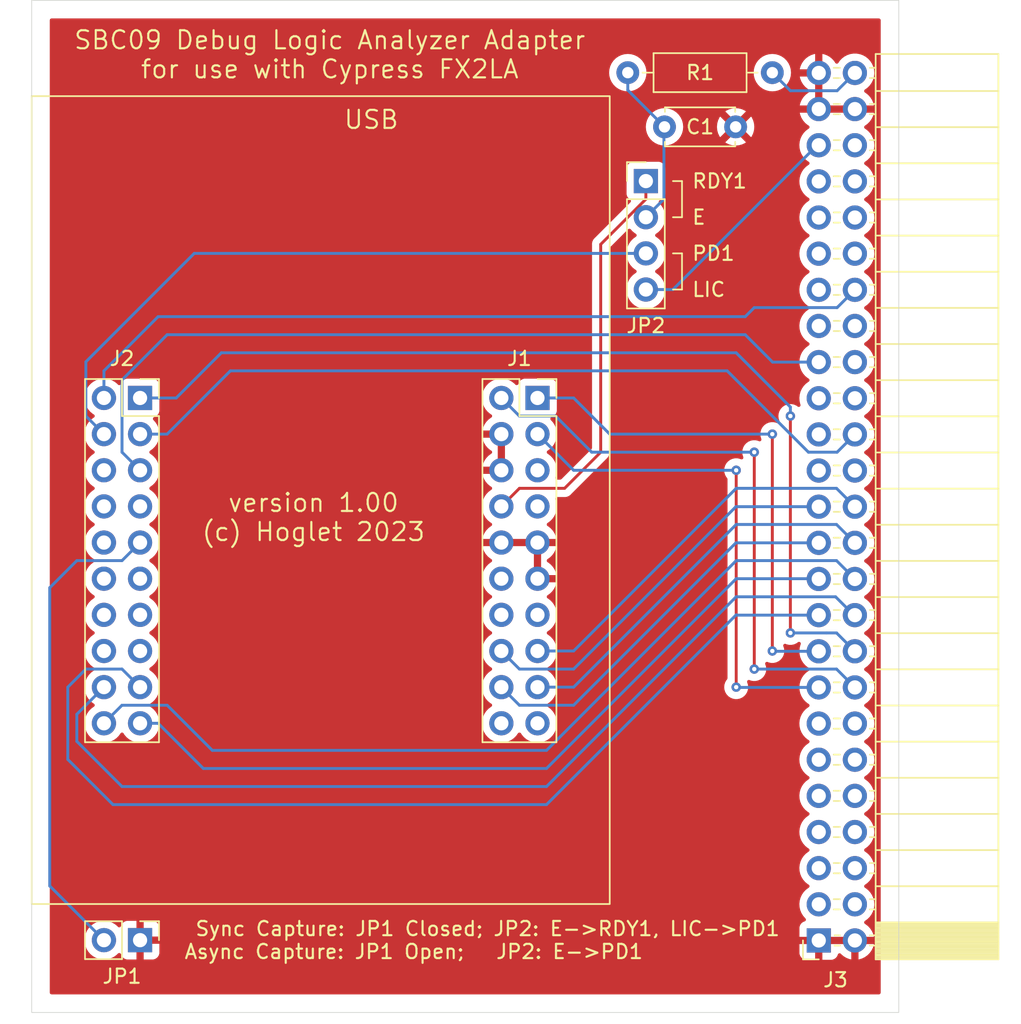
<source format=kicad_pcb>
(kicad_pcb (version 20211014) (generator pcbnew)
  (layers (0 "F.Cu" signal) (31 "B.Cu" signal) (34 "B.Paste" user) (35 "F.Paste" user) (36 "B.SilkS" user "B.Silkscreen") (37 "F.SilkS" user "F.Silkscreen") (38 "B.Mask" user) (39 "F.Mask" user) (44 "Edge.Cuts" user))
  (net 0 "")
  (net 1 "/E")
  (net 2 "GND")
  (net 8 "A3")
  (net 9 "A2")
  (net 10 "A1")
  (net 11 "A0")
  (net 12 "D7")
  (net 13 "D6")
  (net 14 "D5")
  (net 15 "D4")
  (net 16 "D3")
  (net 17 "D2")
  (net 18 "D1")
  (net 19 "D0")
  (net 20 "BS")
  (net 21 "RnW")
  (net 22 "BA")
  (net 23 "LIC")
  (net 28 "/PA4")
  (net 65 "Net-(J3-Pad50)")
  (net 66 "Net-(J1-Pad8)")
  (net 67 "Net-(J2-Pad4)")
  (footprint "Connector_PinSocket_2.54mm:PinSocket_2x10_P2.54mm_Vertical" (layer "F.Cu") (at 134.62 93.98)
    (fp_text reference "J2" (at -1.27 -2.77) (layer "F.SilkS"))
    (fp_text value "Conn_02x10_Odd_Even")
    (fp_line (start 1.33 -1.33) (end 1.33 0) (layer "F.SilkS") (width 0.12))
    (fp_line (start -1.27 1.27) (end 1.33 1.27) (layer "F.SilkS") (width 0.12))
    (fp_line (start -3.87 -1.33) (end -3.87 24.19) (layer "F.SilkS") (width 0.12))
    (fp_line (start -3.87 24.19) (end 1.33 24.19) (layer "F.SilkS") (width 0.12))
    (fp_line (start 1.33 1.27) (end 1.33 24.19) (layer "F.SilkS") (width 0.12))
    (fp_line (start -3.87 -1.33) (end -1.27 -1.33) (layer "F.SilkS") (width 0.12))
    (fp_line (start 0 -1.33) (end 1.33 -1.33) (layer "F.SilkS") (width 0.12))
    (fp_line (start -1.27 -1.33) (end -1.27 1.27) (layer "F.SilkS") (width 0.12))
    (pad "1" thru_hole rect (at 0 0) (size 1.7 1.7) (drill 1) (layers *.Cu *.Mask) (net 11 "A0"))
    (pad "2" thru_hole oval (at -2.54 0) (size 1.7 1.7) (drill 1) (layers *.Cu *.Mask) (net 22 "BA"))
    (pad "3" thru_hole oval (at 0 2.54) (size 1.7 1.7) (drill 1) (layers *.Cu *.Mask) (net 20 "BS"))
    (pad "4" thru_hole oval (at -2.54 2.54) (size 1.7 1.7) (drill 1) (layers *.Cu *.Mask) (net 67 "Net-(J2-Pad4)"))
    (pad "5" thru_hole oval (at 0 5.08) (size 1.7 1.7) (drill 1) (layers *.Cu *.Mask) (net 21 "RnW"))
    (pad "6" thru_hole oval (at -2.54 5.08) (size 1.7 1.7) (drill 1) (layers *.Cu *.Mask))
    (pad "7" thru_hole oval (at 0 7.62) (size 1.7 1.7) (drill 1) (layers *.Cu *.Mask))
    (pad "8" thru_hole oval (at -2.54 7.62) (size 1.7 1.7) (drill 1) (layers *.Cu *.Mask))
    (pad "9" thru_hole oval (at 0 10.16) (size 1.7 1.7) (drill 1) (layers *.Cu *.Mask) (net 28 "/PA4"))
    (pad "10" thru_hole oval (at -2.54 10.16) (size 1.7 1.7) (drill 1) (layers *.Cu *.Mask))
    (pad "11" thru_hole oval (at 0 12.7) (size 1.7 1.7) (drill 1) (layers *.Cu *.Mask))
    (pad "12" thru_hole oval (at -2.54 12.7) (size 1.7 1.7) (drill 1) (layers *.Cu *.Mask))
    (pad "13" thru_hole oval (at 0 15.24) (size 1.7 1.7) (drill 1) (layers *.Cu *.Mask))
    (pad "14" thru_hole oval (at -2.54 15.24) (size 1.7 1.7) (drill 1) (layers *.Cu *.Mask))
    (pad "15" thru_hole oval (at 0 17.78) (size 1.7 1.7) (drill 1) (layers *.Cu *.Mask))
    (pad "16" thru_hole oval (at -2.54 17.78) (size 1.7 1.7) (drill 1) (layers *.Cu *.Mask))
    (pad "17" thru_hole oval (at 0 20.32) (size 1.7 1.7) (drill 1) (layers *.Cu *.Mask) (net 12 "D7"))
    (pad "18" thru_hole oval (at -2.54 20.32) (size 1.7 1.7) (drill 1) (layers *.Cu *.Mask) (net 13 "D6"))
    (pad "19" thru_hole oval (at 0 22.86) (size 1.7 1.7) (drill 1) (layers *.Cu *.Mask) (net 14 "D5"))
    (pad "20" thru_hole oval (at -2.54 22.86) (size 1.7 1.7) (drill 1) (layers *.Cu *.Mask) (net 15 "D4"))
  )
  (footprint "Connector_PinSocket_2.54mm:PinSocket_2x10_P2.54mm_Vertical" (layer "F.Cu") (at 162.56 93.98)
    (fp_text reference "J1" (at -1.27 -2.77) (layer "F.SilkS"))
    (fp_text value "Conn_02x10_Odd_Even")
    (fp_line (start -3.87 -1.33) (end -3.87 24.19) (layer "F.SilkS") (width 0.12))
    (fp_line (start -3.87 24.19) (end 1.33 24.19) (layer "F.SilkS") (width 0.12))
    (fp_line (start 0 -1.33) (end 1.33 -1.33) (layer "F.SilkS") (width 0.12))
    (fp_line (start -1.27 1.27) (end 1.33 1.27) (layer "F.SilkS") (width 0.12))
    (fp_line (start -1.27 -1.33) (end -1.27 1.27) (layer "F.SilkS") (width 0.12))
    (fp_line (start -3.87 -1.33) (end -1.27 -1.33) (layer "F.SilkS") (width 0.12))
    (fp_line (start 1.33 -1.33) (end 1.33 0) (layer "F.SilkS") (width 0.12))
    (fp_line (start 1.33 1.27) (end 1.33 24.19) (layer "F.SilkS") (width 0.12))
    (pad "1" thru_hole rect (at 0 0) (size 1.7 1.7) (drill 1) (layers *.Cu *.Mask) (net 10 "A1"))
    (pad "2" thru_hole oval (at -2.54 0) (size 1.7 1.7) (drill 1) (layers *.Cu *.Mask) (net 9 "A2"))
    (pad "3" thru_hole oval (at 0 2.54) (size 1.7 1.7) (drill 1) (layers *.Cu *.Mask) (net 8 "A3"))
    (pad "4" thru_hole oval (at -2.54 2.54) (size 1.7 1.7) (drill 1) (layers *.Cu *.Mask) (net 2 "GND"))
    (pad "5" thru_hole oval (at 0 5.08) (size 1.7 1.7) (drill 1) (layers *.Cu *.Mask))
    (pad "6" thru_hole oval (at -2.54 5.08) (size 1.7 1.7) (drill 1) (layers *.Cu *.Mask) (net 2 "GND"))
    (pad "7" thru_hole oval (at 0 7.62) (size 1.7 1.7) (drill 1) (layers *.Cu *.Mask))
    (pad "8" thru_hole oval (at -2.54 7.62) (size 1.7 1.7) (drill 1) (layers *.Cu *.Mask) (net 66 "Net-(J1-Pad8)"))
    (pad "9" thru_hole oval (at 0 10.16) (size 1.7 1.7) (drill 1) (layers *.Cu *.Mask) (net 2 "GND"))
    (pad "10" thru_hole oval (at -2.54 10.16) (size 1.7 1.7) (drill 1) (layers *.Cu *.Mask) (net 2 "GND"))
    (pad "11" thru_hole oval (at 0 12.7) (size 1.7 1.7) (drill 1) (layers *.Cu *.Mask) (net 2 "GND"))
    (pad "12" thru_hole oval (at -2.54 12.7) (size 1.7 1.7) (drill 1) (layers *.Cu *.Mask))
    (pad "13" thru_hole oval (at 0 15.24) (size 1.7 1.7) (drill 1) (layers *.Cu *.Mask))
    (pad "14" thru_hole oval (at -2.54 15.24) (size 1.7 1.7) (drill 1) (layers *.Cu *.Mask))
    (pad "15" thru_hole oval (at 0 17.78) (size 1.7 1.7) (drill 1) (layers *.Cu *.Mask) (net 19 "D0"))
    (pad "16" thru_hole oval (at -2.54 17.78) (size 1.7 1.7) (drill 1) (layers *.Cu *.Mask) (net 18 "D1"))
    (pad "17" thru_hole oval (at 0 20.32) (size 1.7 1.7) (drill 1) (layers *.Cu *.Mask) (net 17 "D2"))
    (pad "18" thru_hole oval (at -2.54 20.32) (size 1.7 1.7) (drill 1) (layers *.Cu *.Mask) (net 16 "D3"))
    (pad "19" thru_hole oval (at 0 22.86) (size 1.7 1.7) (drill 1) (layers *.Cu *.Mask))
    (pad "20" thru_hole oval (at -2.54 22.86) (size 1.7 1.7) (drill 1) (layers *.Cu *.Mask))
  )
  (footprint "Connector_PinHeader_2.54mm:PinHeader_1x02_P2.54mm_Vertical" (layer "F.Cu") (at 134.62 132.08 -90)
    (fp_text reference "JP1" (at 2.54 1.27 180) (layer "F.SilkS"))
    (fp_text value "Jumper_2_Open")
    (fp_line (start 1.33 1.27) (end 1.33 3.87) (layer "F.SilkS") (width 0.12))
    (fp_line (start -1.33 1.27) (end -1.33 3.87) (layer "F.SilkS") (width 0.12))
    (fp_line (start -1.33 1.27) (end 1.33 1.27) (layer "F.SilkS") (width 0.12))
    (fp_line (start -1.33 0) (end -1.33 -1.33) (layer "F.SilkS") (width 0.12))
    (fp_line (start -1.33 -1.33) (end 0 -1.33) (layer "F.SilkS") (width 0.12))
    (fp_line (start -1.33 3.87) (end 1.33 3.87) (layer "F.SilkS") (width 0.12))
    (pad "1" thru_hole rect (at 0 0 270) (size 1.7 1.7) (drill 1) (layers *.Cu *.Mask) (net 2 "GND"))
    (pad "2" thru_hole oval (at 0 2.54 270) (size 1.7 1.7) (drill 1) (layers *.Cu *.Mask) (net 28 "/PA4"))
  )
  (footprint "Connector_PinHeader_2.54mm:PinHeader_1x04_P2.54mm_Vertical" (layer "F.Cu") (at 170.18 78.74)
    (fp_text reference "JP2" (at 0 10.16) (layer "F.SilkS"))
    (fp_text value "Conn_01x04_Male")
    (fp_line (start -1.33 1.27) (end 1.33 1.27) (layer "F.SilkS") (width 0.12))
    (fp_line (start -1.33 8.95) (end 1.33 8.95) (layer "F.SilkS") (width 0.12))
    (fp_line (start -1.33 0) (end -1.33 -1.33) (layer "F.SilkS") (width 0.12))
    (fp_line (start -1.33 -1.33) (end 0 -1.33) (layer "F.SilkS") (width 0.12))
    (fp_line (start -1.33 1.27) (end -1.33 8.95) (layer "F.SilkS") (width 0.12))
    (fp_line (start 1.33 1.27) (end 1.33 8.95) (layer "F.SilkS") (width 0.12))
    (pad "1" thru_hole rect (at 0 0) (size 1.7 1.7) (drill 1) (layers *.Cu *.Mask) (net 66 "Net-(J1-Pad8)"))
    (pad "2" thru_hole oval (at 0 2.54) (size 1.7 1.7) (drill 1) (layers *.Cu *.Mask) (net 1 "/E"))
    (pad "3" thru_hole oval (at 0 5.08) (size 1.7 1.7) (drill 1) (layers *.Cu *.Mask) (net 67 "Net-(J2-Pad4)"))
    (pad "4" thru_hole oval (at 0 7.62) (size 1.7 1.7) (drill 1) (layers *.Cu *.Mask) (net 23 "LIC"))
  )
  (footprint "Capacitor_THT:C_Disc_D4.7mm_W2.5mm_P5.00mm" (layer "F.Cu") (at 171.49 74.93)
    (fp_text reference "C1" (at 2.5 0) (layer "F.SilkS"))
    (fp_text value "C_Small")
    (fp_line (start 0.03 1.37) (end 4.97 1.37) (layer "F.SilkS") (width 0.12))
    (fp_line (start 0.03 1.055) (end 0.03 1.37) (layer "F.SilkS") (width 0.12))
    (fp_line (start 4.97 -1.37) (end 4.97 -1.055) (layer "F.SilkS") (width 0.12))
    (fp_line (start 0.03 -1.37) (end 0.03 -1.055) (layer "F.SilkS") (width 0.12))
    (fp_line (start 0.03 -1.37) (end 4.97 -1.37) (layer "F.SilkS") (width 0.12))
    (fp_line (start 4.97 1.055) (end 4.97 1.37) (layer "F.SilkS") (width 0.12))
    (pad "1" thru_hole circle (at 0 0) (size 1.6 1.6) (drill 0.8) (layers *.Cu *.Mask) (net 1 "/E"))
    (pad "2" thru_hole circle (at 5 0) (size 1.6 1.6) (drill 0.8) (layers *.Cu *.Mask) (net 2 "GND"))
  )
  (footprint "Connector_PinSocket_2.54mm:PinSocket_2x25_P2.54mm_Horizontal" (layer "F.Cu") (at 182.335 132.1 180)
    (fp_text reference "J3" (at -1.18 -2.77) (layer "F.SilkS"))
    (fp_text value "Conn_02x25_Odd_Even")
    (fp_line (start -4 33.38) (end -3.59 33.38) (layer "F.SilkS") (width 0.12))
    (fp_line (start -4 47.9) (end -3.59 47.9) (layer "F.SilkS") (width 0.12))
    (fp_line (start -4 14.88) (end -3.59 14.88) (layer "F.SilkS") (width 0.12))
    (fp_line (start -4 60.6) (end -3.59 60.6) (layer "F.SilkS") (width 0.12))
    (fp_line (start -4 2.18) (end -3.59 2.18) (layer "F.SilkS") (width 0.12))
    (fp_line (start -1.49 23.22) (end -1.05 23.22) (layer "F.SilkS") (width 0.12))
    (fp_line (start -4 50.44) (end -3.59 50.44) (layer "F.SilkS") (width 0.12))
    (fp_line (start -1.49 33.38) (end -1.05 33.38) (layer "F.SilkS") (width 0.12))
    (fp_line (start -1.49 7.26) (end -1.05 7.26) (layer "F.SilkS") (width 0.12))
    (fp_line (start -12.63 39.37) (end -4 39.37) (layer "F.SilkS") (width 0.12))
    (fp_line (start -4 53.7) (end -3.59 53.7) (layer "F.SilkS") (width 0.12))
    (fp_line (start -12.63 19.05) (end -4 19.05) (layer "F.SilkS") (width 0.12))
    (fp_line (start -1.49 18.14) (end -1.05 18.14) (layer "F.SilkS") (width 0.12))
    (fp_line (start -4 37.74) (end -3.59 37.74) (layer "F.SilkS") (width 0.12))
    (fp_line (start -1.49 30.12) (end -1.05 30.12) (layer "F.SilkS") (width 0.12))
    (fp_line (start -4 28.3) (end -3.59 28.3) (layer "F.SilkS") (width 0.12))
    (fp_line (start -12.63 0.67952) (end -4 0.67952) (layer "F.SilkS") (width 0.12))
    (fp_line (start -4 25.04) (end -3.59 25.04) (layer "F.SilkS") (width 0.12))
    (fp_line (start -1.49 10.52) (end -1.05 10.52) (layer "F.SilkS") (width 0.12))
    (fp_line (start -12.63 31.75) (end -4 31.75) (layer "F.SilkS") (width 0.12))
    (fp_line (start -1.49 -0.36) (end -1.11 -0.36) (layer "F.SilkS") (width 0.12))
    (fp_line (start -1.49 14.88) (end -1.05 14.88) (layer "F.SilkS") (width 0.12))
    (fp_line (start -12.63 -1.21) (end -4 -1.21) (layer "F.SilkS") (width 0.12))
    (fp_line (start -4 41) (end -3.59 41) (layer "F.SilkS") (width 0.12))
    (fp_line (start -4 18.14) (end -3.59 18.14) (layer "F.SilkS") (width 0.12))
    (fp_line (start -12.63 -0.619525) (end -4 -0.619525) (layer "F.SilkS") (width 0.12))
    (fp_line (start -4 19.96) (end -3.59 19.96) (layer "F.SilkS") (width 0.12))
    (fp_line (start -4 4.72) (end -3.59 4.72) (layer "F.SilkS") (width 0.12))
    (fp_line (start -1.49 28.3) (end -1.05 28.3) (layer "F.SilkS") (width 0.12))
    (fp_line (start -1.49 2.9) (end -1.05 2.9) (layer "F.SilkS") (width 0.12))
    (fp_line (start -4 20.68) (end -3.59 20.68) (layer "F.SilkS") (width 0.12))
    (fp_line (start -1.49 25.76) (end -1.05 25.76) (layer "F.SilkS") (width 0.12))
    (fp_line (start -1.49 5.44) (end -1.05 5.44) (layer "F.SilkS") (width 0.12))
    (fp_line (start -1.49 56.24) (end -1.05 56.24) (layer "F.SilkS") (width 0.12))
    (fp_line (start -4 9.8) (end -3.59 9.8) (layer "F.SilkS") (width 0.12))
    (fp_line (start -4 7.98) (end -3.59 7.98) (layer "F.SilkS") (width 0.12))
    (fp_line (start -1.49 52.98) (end -1.05 52.98) (layer "F.SilkS") (width 0.12))
    (fp_line (start -12.63 0.91571) (end -4 0.91571) (layer "F.SilkS") (width 0.12))
    (fp_line (start -1.49 46.08) (end -1.05 46.08) (layer "F.SilkS") (width 0.12))
    (fp_line (start -12.63 6.35) (end -4 6.35) (layer "F.SilkS") (width 0.12))
    (fp_line (start -12.63 1.1519) (end -4 1.1519) (layer "F.SilkS") (width 0.12))
    (fp_line (start -4 58.78) (end -3.59 58.78) (layer "F.SilkS") (width 0.12))
    (fp_line (start 0 -1.33) (end 1.11 -1.33) (layer "F.SilkS") (width 0.12))
    (fp_line (start -4 61.32) (end -3.59 61.32) (layer "F.SilkS") (width 0.12))
    (fp_line (start -1.49 0.36) (end -1.11 0.36) (layer "F.SilkS") (width 0.12))
    (fp_line (start -1.49 60.6) (end -1.05 60.6) (layer "F.SilkS") (width 0.12))
    (fp_line (start -12.63 41.91) (end -4 41.91) (layer "F.SilkS") (width 0.12))
    (fp_line (start -12.63 -0.26524) (end -4 -0.26524) (layer "F.SilkS") (width 0.12))
    (fp_line (start -12.63 -0.50143) (end -4 -0.50143) (layer "F.SilkS") (width 0.12))
    (fp_line (start -4 52.98) (end -3.59 52.98) (layer "F.SilkS") (width 0.12))
    (fp_line (start -1.49 30.84) (end -1.05 30.84) (layer "F.SilkS") (width 0.12))
    (fp_line (start -1.49 25.04) (end -1.05 25.04) (layer "F.SilkS") (width 0.12))
    (fp_line (start -1.49 22.5) (end -1.05 22.5) (layer "F.SilkS") (width 0.12))
    (fp_line (start -12.63 57.15) (end -4 57.15) (layer "F.SilkS") (width 0.12))
    (fp_line (start -1.49 41) (end -1.05 41) (layer "F.SilkS") (width 0.12))
    (fp_line (start -4 25.76) (end -3.59 25.76) (layer "F.SilkS") (width 0.12))
    (fp_line (start -1.49 17.42) (end -1.05 17.42) (layer "F.SilkS") (width 0.12))
    (fp_line (start -4 48.62) (end -3.59 48.62) (layer "F.SilkS") (width 0.12))
    (fp_line (start -12.63 -1.33) (end -4 -1.33) (layer "F.SilkS") (width 0.12))
    (fp_line (start -12.63 -1.33) (end -12.63 62.29) (layer "F.SilkS") (width 0.12))
    (fp_line (start -12.63 0.325235) (end -4 0.325235) (layer "F.SilkS") (width 0.12))
    (fp_line (start -12.63 21.59) (end -4 21.59) (layer "F.SilkS") (width 0.12))
    (fp_line (start -12.63 -0.97381) (end -4 -0.97381) (layer "F.SilkS") (width 0.12))
    (fp_line (start -4 30.84) (end -3.59 30.84) (layer "F.SilkS") (width 0.12))
    (fp_line (start -12.63 49.53) (end -4 49.53) (layer "F.SilkS") (width 0.12))
    (fp_line (start -1.49 55.52) (end -1.05 55.52) (layer "F.SilkS") (width 0.12))
    (fp_line (start -12.63 16.51) (end -4 16.51) (layer "F.SilkS") (width 0.12))
    (fp_line (start -1.49 40.28) (end -1.05 40.28) (layer "F.SilkS") (width 0.12))
    (fp_line (start -1.49 32.66) (end -1.05 32.66) (layer "F.SilkS") (width 0.12))
    (fp_line (start -1.49 35.92) (end -1.05 35.92) (layer "F.SilkS") (width 0.12))
    (fp_line (start -12.63 36.83) (end -4 36.83) (layer "F.SilkS") (width 0.12))
    (fp_line (start -1.49 51.16) (end -1.05 51.16) (layer "F.SilkS") (width 0.12))
    (fp_line (start -4 30.12) (end -3.59 30.12) (layer "F.SilkS") (width 0.12))
    (fp_line (start -1.49 37.74) (end -1.05 37.74) (layer "F.SilkS") (width 0.12))
    (fp_line (start -1.49 53.7) (end -1.05 53.7) (layer "F.SilkS") (width 0.12))
    (fp_line (start -4 5.44) (end -3.59 5.44) (layer "F.SilkS") (width 0.12))
    (fp_line (start -4 23.22) (end -3.59 23.22) (layer "F.SilkS") (width 0.12))
    (fp_line (start -4 12.34) (end -3.59 12.34) (layer "F.SilkS") (width 0.12))
    (fp_line (start 1.11 -1.33) (end 1.11 0) (layer "F.SilkS") (width 0.12))
    (fp_line (start -12.63 59.69) (end -4 59.69) (layer "F.SilkS") (width 0.12))
    (fp_line (start -1.49 50.44) (end -1.05 50.44) (layer "F.SilkS") (width 0.12))
    (fp_line (start -12.63 13.97) (end -4 13.97) (layer "F.SilkS") (width 0.12))
    (fp_line (start -1.49 35.2) (end -1.05 35.2) (layer "F.SilkS") (width 0.12))
    (fp_line (start -12.63 -0.73762) (end -4 -0.73762) (layer "F.SilkS") (width 0.12))
    (fp_line (start -4 51.16) (end -3.59 51.16) (layer "F.SilkS") (width 0.12))
    (fp_line (start -12.63 8.89) (end -4 8.89) (layer "F.SilkS") (width 0.12))
    (fp_line (start -4 -0.36) (end -3.59 -0.36) (layer "F.SilkS") (width 0.12))
    (fp_line (start -12.63 -0.855715) (end -4 -0.855715) (layer "F.SilkS") (width 0.12))
    (fp_line (start -1.49 7.98) (end -1.05 7.98) (layer "F.SilkS") (width 0.12))
    (fp_line (start -12.63 -0.383335) (end -4 -0.383335) (layer "F.SilkS") (width 0.12))
    (fp_line (start -1.49 19.96) (end -1.05 19.96) (layer "F.SilkS") (width 0.12))
    (fp_line (start -12.63 1.033805) (end -4 1.033805) (layer "F.SilkS") (width 0.12))
    (fp_line (start -1.49 42.82) (end -1.05 42.82) (layer "F.SilkS") (width 0.12))
    (fp_line (start -12.63 0.561425) (end -4 0.561425) (layer "F.SilkS") (width 0.12))
    (fp_line (start -1.49 13.06) (end -1.05 13.06) (layer "F.SilkS") (width 0.12))
    (fp_line (start -1.49 12.34) (end -1.05 12.34) (layer "F.SilkS") (width 0.12))
    (fp_line (start -12.63 -1.091905) (end -4 -1.091905) (layer "F.SilkS") (width 0.12))
    (fp_line (start -1.49 58.78) (end -1.05 58.78) (layer "F.SilkS") (width 0.12))
    (fp_line (start -12.63 -0.147145) (end -4 -0.147145) (layer "F.SilkS") (width 0.12))
    (fp_line (start -4 38.46) (end -3.59 38.46) (layer "F.SilkS") (width 0.12))
    (fp_line (start -4 35.2) (end -3.59 35.2) (layer "F.SilkS") (width 0.12))
    (fp_line (start -12.63 1.27) (end -4 1.27) (layer "F.SilkS") (width 0.12))
    (fp_line (start -1.49 2.18) (end -1.05 2.18) (layer "F.SilkS") (width 0.12))
    (fp_line (start -4 10.52) (end -3.59 10.52) (layer "F.SilkS") (width 0.12))
    (fp_line (start -4 32.66) (end -3.59 32.66) (layer "F.SilkS") (width 0.12))
    (fp_line (start -4 17.42) (end -3.59 17.42) (layer "F.SilkS") (width 0.12))
    (fp_line (start -1.49 27.58) (end -1.05 27.58) (layer "F.SilkS") (width 0.12))
    (fp_line (start -1.49 20.68) (end -1.05 20.68) (layer "F.SilkS") (width 0.12))
    (fp_line (start -1.49 15.6) (end -1.05 15.6) (layer "F.SilkS") (width 0.12))
    (fp_line (start -12.63 0.44333) (end -4 0.44333) (layer "F.SilkS") (width 0.12))
    (fp_line (start -4 7.26) (end -3.59 7.26) (layer "F.SilkS") (width 0.12))
    (fp_line (start -4 15.6) (end -3.59 15.6) (layer "F.SilkS") (width 0.12))
    (fp_line (start -1.49 48.62) (end -1.05 48.62) (layer "F.SilkS") (width 0.12))
    (fp_line (start -4 55.52) (end -3.59 55.52) (layer "F.SilkS") (width 0.12))
    (fp_line (start -12.63 34.29) (end -4 34.29) (layer "F.SilkS") (width 0.12))
    (fp_line (start -4 2.9) (end -3.59 2.9) (layer "F.SilkS") (width 0.12))
    (fp_line (start -12.63 62.29) (end -4 62.29) (layer "F.SilkS") (width 0.12))
    (fp_line (start -4 13.06) (end -3.59 13.06) (layer "F.SilkS") (width 0.12))
    (fp_line (start -12.63 26.67) (end -4 26.67) (layer "F.SilkS") (width 0.12))
    (fp_line (start -4 -1.33) (end -4 62.29) (layer "F.SilkS") (width 0.12))
    (fp_line (start -4 42.82) (end -3.59 42.82) (layer "F.SilkS") (width 0.12))
    (fp_line (start -12.63 54.61) (end -4 54.61) (layer "F.SilkS") (width 0.12))
    (fp_line (start -1.49 45.36) (end -1.05 45.36) (layer "F.SilkS") (width 0.12))
    (fp_line (start -12.63 0.089045) (end -4 0.089045) (layer "F.SilkS") (width 0.12))
    (fp_line (start -4 43.54) (end -3.59 43.54) (layer "F.SilkS") (width 0.12))
    (fp_line (start -4 45.36) (end -3.59 45.36) (layer "F.SilkS") (width 0.12))
    (fp_line (start -4 27.58) (end -3.59 27.58) (layer "F.SilkS") (width 0.12))
    (fp_line (start -12.63 29.21) (end -4 29.21) (layer "F.SilkS") (width 0.12))
    (fp_line (start -4 46.08) (end -3.59 46.08) (layer "F.SilkS") (width 0.12))
    (fp_line (start -4 40.28) (end -3.59 40.28) (layer "F.SilkS") (width 0.12))
    (fp_line (start -12.63 0.20714) (end -4 0.20714) (layer "F.SilkS") (width 0.12))
    (fp_line (start -1.49 47.9) (end -1.05 47.9) (layer "F.SilkS") (width 0.12))
    (fp_line (start -12.63 24.13) (end -4 24.13) (layer "F.SilkS") (width 0.12))
    (fp_line (start -12.63 44.45) (end -4 44.45) (layer "F.SilkS") (width 0.12))
    (fp_line (start -1.49 43.54) (end -1.05 43.54) (layer "F.SilkS") (width 0.12))
    (fp_line (start -4 22.5) (end -3.59 22.5) (layer "F.SilkS") (width 0.12))
    (fp_line (start -12.63 0.797615) (end -4 0.797615) (layer "F.SilkS") (width 0.12))
    (fp_line (start -4 35.92) (end -3.59 35.92) (layer "F.SilkS") (width 0.12))
    (fp_line (start -1.49 9.8) (end -1.05 9.8) (layer "F.SilkS") (width 0.12))
    (fp_line (start -1.49 38.46) (end -1.05 38.46) (layer "F.SilkS") (width 0.12))
    (fp_line (start -12.63 -0.02905) (end -4 -0.02905) (layer "F.SilkS") (width 0.12))
    (fp_line (start -1.49 58.06) (end -1.05 58.06) (layer "F.SilkS") (width 0.12))
    (fp_line (start -4 56.24) (end -3.59 56.24) (layer "F.SilkS") (width 0.12))
    (fp_line (start -12.63 11.43) (end -4 11.43) (layer "F.SilkS") (width 0.12))
    (fp_line (start -12.63 46.99) (end -4 46.99) (layer "F.SilkS") (width 0.12))
    (fp_line (start -4 0.36) (end -3.59 0.36) (layer "F.SilkS") (width 0.12))
    (fp_line (start -12.63 3.81) (end -4 3.81) (layer "F.SilkS") (width 0.12))
    (fp_line (start -12.63 52.07) (end -4 52.07) (layer "F.SilkS") (width 0.12))
    (fp_line (start -1.49 4.72) (end -1.05 4.72) (layer "F.SilkS") (width 0.12))
    (fp_line (start -1.49 61.32) (end -1.05 61.32) (layer "F.SilkS") (width 0.12))
    (fp_line (start -4 58.06) (end -3.59 58.06) (layer "F.SilkS") (width 0.12))
    (pad "1" thru_hole rect (at 0 0 180) (size 1.7 1.7) (drill 1) (layers *.Cu *.Mask) (net 2 "GND"))
    (pad "2" thru_hole oval (at -2.54 0 180) (size 1.7 1.7) (drill 1) (layers *.Cu *.Mask) (net 2 "GND"))
    (pad "3" thru_hole oval (at 0 2.54 180) (size 1.7 1.7) (drill 1) (layers *.Cu *.Mask))
    (pad "4" thru_hole oval (at -2.54 2.54 180) (size 1.7 1.7) (drill 1) (layers *.Cu *.Mask))
    (pad "5" thru_hole oval (at 0 5.08 180) (size 1.7 1.7) (drill 1) (layers *.Cu *.Mask))
    (pad "6" thru_hole oval (at -2.54 5.08 180) (size 1.7 1.7) (drill 1) (layers *.Cu *.Mask))
    (pad "7" thru_hole oval (at 0 7.62 180) (size 1.7 1.7) (drill 1) (layers *.Cu *.Mask))
    (pad "8" thru_hole oval (at -2.54 7.62 180) (size 1.7 1.7) (drill 1) (layers *.Cu *.Mask))
    (pad "9" thru_hole oval (at 0 10.16 180) (size 1.7 1.7) (drill 1) (layers *.Cu *.Mask))
    (pad "10" thru_hole oval (at -2.54 10.16 180) (size 1.7 1.7) (drill 1) (layers *.Cu *.Mask))
    (pad "11" thru_hole oval (at 0 12.7 180) (size 1.7 1.7) (drill 1) (layers *.Cu *.Mask))
    (pad "12" thru_hole oval (at -2.54 12.7 180) (size 1.7 1.7) (drill 1) (layers *.Cu *.Mask))
    (pad "13" thru_hole oval (at 0 15.24 180) (size 1.7 1.7) (drill 1) (layers *.Cu *.Mask))
    (pad "14" thru_hole oval (at -2.54 15.24 180) (size 1.7 1.7) (drill 1) (layers *.Cu *.Mask))
    (pad "15" thru_hole oval (at 0 17.78 180) (size 1.7 1.7) (drill 1) (layers *.Cu *.Mask) (net 8 "A3"))
    (pad "16" thru_hole oval (at -2.54 17.78 180) (size 1.7 1.7) (drill 1) (layers *.Cu *.Mask) (net 9 "A2"))
    (pad "17" thru_hole oval (at 0 20.32 180) (size 1.7 1.7) (drill 1) (layers *.Cu *.Mask) (net 10 "A1"))
    (pad "18" thru_hole oval (at -2.54 20.32 180) (size 1.7 1.7) (drill 1) (layers *.Cu *.Mask) (net 11 "A0"))
    (pad "19" thru_hole oval (at 0 22.86 180) (size 1.7 1.7) (drill 1) (layers *.Cu *.Mask) (net 12 "D7"))
    (pad "20" thru_hole oval (at -2.54 22.86 180) (size 1.7 1.7) (drill 1) (layers *.Cu *.Mask) (net 13 "D6"))
    (pad "21" thru_hole oval (at 0 25.4 180) (size 1.7 1.7) (drill 1) (layers *.Cu *.Mask) (net 14 "D5"))
    (pad "22" thru_hole oval (at -2.54 25.4 180) (size 1.7 1.7) (drill 1) (layers *.Cu *.Mask) (net 15 "D4"))
    (pad "23" thru_hole oval (at 0 27.94 180) (size 1.7 1.7) (drill 1) (layers *.Cu *.Mask) (net 16 "D3"))
    (pad "24" thru_hole oval (at -2.54 27.94 180) (size 1.7 1.7) (drill 1) (layers *.Cu *.Mask) (net 17 "D2"))
    (pad "25" thru_hole oval (at 0 30.48 180) (size 1.7 1.7) (drill 1) (layers *.Cu *.Mask) (net 18 "D1"))
    (pad "26" thru_hole oval (at -2.54 30.48 180) (size 1.7 1.7) (drill 1) (layers *.Cu *.Mask) (net 19 "D0"))
    (pad "27" thru_hole oval (at 0 33.02 180) (size 1.7 1.7) (drill 1) (layers *.Cu *.Mask))
    (pad "28" thru_hole oval (at -2.54 33.02 180) (size 1.7 1.7) (drill 1) (layers *.Cu *.Mask))
    (pad "29" thru_hole oval (at 0 35.56 180) (size 1.7 1.7) (drill 1) (layers *.Cu *.Mask))
    (pad "30" thru_hole oval (at -2.54 35.56 180) (size 1.7 1.7) (drill 1) (layers *.Cu *.Mask) (net 20 "BS"))
    (pad "31" thru_hole oval (at 0 38.1 180) (size 1.7 1.7) (drill 1) (layers *.Cu *.Mask))
    (pad "32" thru_hole oval (at -2.54 38.1 180) (size 1.7 1.7) (drill 1) (layers *.Cu *.Mask))
    (pad "33" thru_hole oval (at 0 40.64 180) (size 1.7 1.7) (drill 1) (layers *.Cu *.Mask) (net 21 "RnW"))
    (pad "34" thru_hole oval (at -2.54 40.64 180) (size 1.7 1.7) (drill 1) (layers *.Cu *.Mask))
    (pad "35" thru_hole oval (at 0 43.18 180) (size 1.7 1.7) (drill 1) (layers *.Cu *.Mask))
    (pad "36" thru_hole oval (at -2.54 43.18 180) (size 1.7 1.7) (drill 1) (layers *.Cu *.Mask))
    (pad "37" thru_hole oval (at 0 45.72 180) (size 1.7 1.7) (drill 1) (layers *.Cu *.Mask))
    (pad "38" thru_hole oval (at -2.54 45.72 180) (size 1.7 1.7) (drill 1) (layers *.Cu *.Mask) (net 22 "BA"))
    (pad "39" thru_hole oval (at 0 48.26 180) (size 1.7 1.7) (drill 1) (layers *.Cu *.Mask))
    (pad "40" thru_hole oval (at -2.54 48.26 180) (size 1.7 1.7) (drill 1) (layers *.Cu *.Mask))
    (pad "41" thru_hole oval (at 0 50.8 180) (size 1.7 1.7) (drill 1) (layers *.Cu *.Mask))
    (pad "42" thru_hole oval (at -2.54 50.8 180) (size 1.7 1.7) (drill 1) (layers *.Cu *.Mask))
    (pad "43" thru_hole oval (at 0 53.34 180) (size 1.7 1.7) (drill 1) (layers *.Cu *.Mask))
    (pad "44" thru_hole oval (at -2.54 53.34 180) (size 1.7 1.7) (drill 1) (layers *.Cu *.Mask))
    (pad "45" thru_hole oval (at 0 55.88 180) (size 1.7 1.7) (drill 1) (layers *.Cu *.Mask) (net 23 "LIC"))
    (pad "46" thru_hole oval (at -2.54 55.88 180) (size 1.7 1.7) (drill 1) (layers *.Cu *.Mask))
    (pad "47" thru_hole oval (at 0 58.42 180) (size 1.7 1.7) (drill 1) (layers *.Cu *.Mask) (net 2 "GND"))
    (pad "48" thru_hole oval (at -2.54 58.42 180) (size 1.7 1.7) (drill 1) (layers *.Cu *.Mask) (net 2 "GND"))
    (pad "49" thru_hole oval (at 0 60.96 180) (size 1.7 1.7) (drill 1) (layers *.Cu *.Mask) (net 2 "GND"))
    (pad "50" thru_hole oval (at -2.54 60.96 180) (size 1.7 1.7) (drill 1) (layers *.Cu *.Mask) (net 65 "Net-(J3-Pad50)"))
  )
  (footprint "Resistor_THT:R_Axial_DIN0207_L6.3mm_D2.5mm_P10.16mm_Horizontal" (layer "F.Cu") (at 179.07 71.12 180)
    (fp_text reference "R1" (at 5.08 0) (layer "F.SilkS"))
    (fp_text value "R_Small")
    (fp_line (start 1.81 -1.37) (end 1.81 1.37) (layer "F.SilkS") (width 0.12))
    (fp_line (start 1.81 1.37) (end 8.35 1.37) (layer "F.SilkS") (width 0.12))
    (fp_line (start 8.35 -1.37) (end 1.81 -1.37) (layer "F.SilkS") (width 0.12))
    (fp_line (start 8.35 1.37) (end 8.35 -1.37) (layer "F.SilkS") (width 0.12))
    (fp_line (start 9.12 0) (end 8.35 0) (layer "F.SilkS") (width 0.12))
    (fp_line (start 1.04 0) (end 1.81 0) (layer "F.SilkS") (width 0.12))
    (pad "1" thru_hole circle (at 0 0 180) (size 1.6 1.6) (drill 0.8) (layers *.Cu *.Mask) (net 65 "Net-(J3-Pad50)"))
    (pad "2" thru_hole oval (at 10.16 0 180) (size 1.6 1.6) (drill 0.8) (layers *.Cu *.Mask) (net 1 "/E"))
  )
  (gr_line (start 172.72 81.28) (end 172.085 81.28) (layer "F.SilkS") (width 0.12))
  (gr_line (start 172.72 78.74) (end 172.72 81.28) (layer "F.SilkS") (width 0.12))
  (gr_line (start 172.72 83.82) (end 172.72 86.36) (layer "F.SilkS") (width 0.12))
  (gr_line (start 172.72 86.36) (end 172.085 86.36) (layer "F.SilkS") (width 0.12))
  (gr_line (start 172.085 83.82) (end 172.72 83.82) (layer "F.SilkS") (width 0.12))
  (gr_line (start 172.085 78.74) (end 172.72 78.74) (layer "F.SilkS") (width 0.12))
  (gr_rect (start 127 129.54) (end 167.64 72.771) (layer "F.SilkS") (width 0.12) (fill none))
  (gr_rect (start 127 66.04) (end 187.96 137.16) (layer "Edge.Cuts") (width 0.05) (fill none))
  (gr_text "LIC" (at 173.355 86.36) (layer "F.SilkS") (effects (font (size 1 1)) (justify left)))
  (gr_text "E" (at 173.355 81.28) (layer "F.SilkS") (effects (font (size 1 1)) (justify left)))
  (gr_text "version 1.00\n(c) Hoglet 2023" (at 146.812 102.362) (layer "F.SilkS") (effects (font (size 1.27 1.27))))
  (gr_text "RDY1" (at 173.355 78.74) (layer "F.SilkS") (effects (font (size 1 1)) (justify left)))
  (gr_text " Sync Capture: JP1 Closed; JP2: E->RDY1, LIC->PD1\nAsync Capture: JP1 Open;   JP2: E->PD1" (at 137.668 132.08) (layer "F.SilkS") (effects (font (size 1 1)) (justify left)))
  (gr_text "SBC09 Debug Logic Analyzer Adapter\nfor use with Cypress FX2LA\n" (at 147.955 69.85) (layer "F.SilkS") (effects (font (size 1.27 1.27))))
  (gr_text "USB" (at 150.876 74.422) (layer "F.SilkS") (effects (font (size 1.27 1.27))))
  (gr_text "PD1" (at 173.355 83.82) (layer "F.SilkS") (effects (font (size 1 1)) (justify left)))
  (segment (start 167.005 83.185) (end 167.005 97.79) (width 0.2032) (layer "F.Cu") (net 1))
  (segment (start 170.18 78.74) (end 170.18 80.01) (width 0.2032) (layer "F.Cu") (net 1))
  (segment (start 164.465 100.33) (end 161.29 100.33) (width 0.2032) (layer "F.Cu") (net 1))
  (segment (start 161.29 100.33) (end 160.02 101.6) (width 0.2032) (layer "F.Cu") (net 1))
  (segment (start 167.005 97.79) (end 164.465 100.33) (width 0.2032) (layer "F.Cu") (net 1))
  (segment (start 170.18 80.01) (end 167.005 83.185) (width 0.2032) (layer "F.Cu") (net 1))
  (segment (start 171.45 80.01) (end 171.45 74.97) (width 0.2032) (layer "B.Cu") (net 1))
  (segment (start 170.18 81.28) (end 171.45 80.01) (width 0.2032) (layer "B.Cu") (net 1))
  (segment (start 168.91 71.12) (end 168.91 72.35) (width 0.2032) (layer "B.Cu") (net 1))
  (segment (start 171.45 74.97) (end 171.49 74.93) (width 0.2032) (layer "B.Cu") (net 1))
  (segment (start 168.91 72.35) (end 171.49 74.93) (width 0.2032) (layer "B.Cu") (net 1))
  (segment (start 176.53 114.3) (end 176.53 99.06) (width 0.2032) (layer "F.Cu") (net 8))
  (via (at 176.53 99.06) (size 0.6604) (drill 0.3048) (layers "F.Cu" "B.Cu") (net 8))
  (via (at 176.53 114.3) (size 0.6604) (drill 0.3048) (layers "F.Cu" "B.Cu") (net 8))
  (segment (start 176.53 99.06) (end 165.1 99.06) (width 0.2032) (layer "B.Cu") (net 8))
  (segment (start 165.1 99.06) (end 162.56 96.52) (width 0.2032) (layer "B.Cu") (net 8))
  (segment (start 176.55 114.32) (end 176.53 114.3) (width 0.2032) (layer "B.Cu") (net 8))
  (segment (start 182.335 114.32) (end 176.55 114.32) (width 0.2032) (layer "B.Cu") (net 8))
  (segment (start 177.8 113.03) (end 177.8 97.79) (width 0.2032) (layer "F.Cu") (net 9))
  (via (at 177.8 97.79) (size 0.6604) (drill 0.3048) (layers "F.Cu" "B.Cu") (net 9))
  (via (at 177.8 113.03) (size 0.6604) (drill 0.3048) (layers "F.Cu" "B.Cu") (net 9))
  (segment (start 184.875 114.32) (end 183.585 113.03) (width 0.2032) (layer "B.Cu") (net 9))
  (segment (start 177.8 97.79) (end 166.37 97.79) (width 0.2032) (layer "B.Cu") (net 9))
  (segment (start 163.83 95.25) (end 161.29 95.25) (width 0.2032) (layer "B.Cu") (net 9))
  (segment (start 161.29 95.25) (end 160.02 93.98) (width 0.2032) (layer "B.Cu") (net 9))
  (segment (start 166.37 97.79) (end 163.83 95.25) (width 0.2032) (layer "B.Cu") (net 9))
  (segment (start 183.585 113.03) (end 177.8 113.03) (width 0.2032) (layer "B.Cu") (net 9))
  (segment (start 179.07 111.76) (end 179.07 96.52) (width 0.2032) (layer "F.Cu") (net 10))
  (via (at 179.07 96.52) (size 0.6604) (drill 0.3048) (layers "F.Cu" "B.Cu") (net 10))
  (via (at 179.07 111.76) (size 0.6604) (drill 0.3048) (layers "F.Cu" "B.Cu") (net 10))
  (segment (start 179.07 96.52) (end 167.64 96.52) (width 0.2032) (layer "B.Cu") (net 10))
  (segment (start 179.09 111.78) (end 179.07 111.76) (width 0.2032) (layer "B.Cu") (net 10))
  (segment (start 167.64 96.52) (end 165.1 93.98) (width 0.2032) (layer "B.Cu") (net 10))
  (segment (start 165.1 93.98) (end 162.56 93.98) (width 0.2032) (layer "B.Cu") (net 10))
  (segment (start 182.335 111.78) (end 179.09 111.78) (width 0.2032) (layer "B.Cu") (net 10))
  (segment (start 180.34 110.49) (end 180.34 95.25) (width 0.2032) (layer "F.Cu") (net 11))
  (via (at 180.34 95.25) (size 0.6604) (drill 0.3048) (layers "F.Cu" "B.Cu") (net 11))
  (via (at 180.34 110.49) (size 0.6604) (drill 0.3048) (layers "F.Cu" "B.Cu") (net 11))
  (segment (start 184.875 111.78) (end 183.585 110.49) (width 0.2032) (layer "B.Cu") (net 11))
  (segment (start 183.585 110.49) (end 182.88 110.49) (width 0.2032) (layer "B.Cu") (net 11))
  (segment (start 140.335 90.805) (end 137.16 93.98) (width 0.2032) (layer "B.Cu") (net 11))
  (segment (start 137.16 93.98) (end 134.62 93.98) (width 0.2032) (layer "B.Cu") (net 11))
  (segment (start 180.34 95.25) (end 180.34 94.615) (width 0.2032) (layer "B.Cu") (net 11))
  (segment (start 176.53 90.805) (end 140.335 90.805) (width 0.2032) (layer "B.Cu") (net 11))
  (segment (start 180.34 94.615) (end 176.53 90.805) (width 0.2032) (layer "B.Cu") (net 11))
  (segment (start 182.88 110.49) (end 180.34 110.49) (width 0.2032) (layer "B.Cu") (net 11))
  (segment (start 163.195 122.555) (end 132.715 122.555) (width 0.2032) (layer "B.Cu") (net 12))
  (segment (start 130.81 113.03) (end 133.35 113.03) (width 0.2032) (layer "B.Cu") (net 12))
  (segment (start 129.54 119.38) (end 129.54 114.3) (width 0.2032) (layer "B.Cu") (net 12))
  (segment (start 182.335 109.24) (end 176.55 109.24) (width 0.2032) (layer "B.Cu") (net 12))
  (segment (start 132.715 122.555) (end 129.54 119.38) (width 0.2032) (layer "B.Cu") (net 12))
  (segment (start 176.55 109.24) (end 176.53 109.22) (width 0.2032) (layer "B.Cu") (net 12))
  (segment (start 129.54 114.3) (end 130.81 113.03) (width 0.2032) (layer "B.Cu") (net 12))
  (segment (start 176.53 109.22) (end 163.195 122.555) (width 0.2032) (layer "B.Cu") (net 12))
  (segment (start 133.35 113.03) (end 134.62 114.3) (width 0.2032) (layer "B.Cu") (net 12))
  (segment (start 130.175 118.11) (end 130.175 116.205) (width 0.2032) (layer "B.Cu") (net 13))
  (segment (start 176.53 107.95) (end 163.195 121.285) (width 0.2032) (layer "B.Cu") (net 13))
  (segment (start 163.195 121.285) (end 133.35 121.285) (width 0.2032) (layer "B.Cu") (net 13))
  (segment (start 184.805 109.24) (end 183.515 107.95) (width 0.2032) (layer "B.Cu") (net 13))
  (segment (start 184.875 109.24) (end 184.805 109.24) (width 0.2032) (layer "B.Cu") (net 13))
  (segment (start 130.175 116.205) (end 132.08 114.3) (width 0.2032) (layer "B.Cu") (net 13))
  (segment (start 183.515 107.95) (end 176.53 107.95) (width 0.2032) (layer "B.Cu") (net 13))
  (segment (start 133.35 121.285) (end 130.175 118.11) (width 0.2032) (layer "B.Cu") (net 13))
  (segment (start 182.315 106.68) (end 182.335 106.7) (width 0.2032) (layer "B.Cu") (net 14))
  (segment (start 176.53 106.68) (end 182.315 106.68) (width 0.2032) (layer "B.Cu") (net 14))
  (segment (start 163.195 120.015) (end 176.53 106.68) (width 0.2032) (layer "B.Cu") (net 14))
  (segment (start 134.62 116.84) (end 135.89 116.84) (width 0.2032) (layer "B.Cu") (net 14))
  (segment (start 139.065 120.015) (end 163.195 120.015) (width 0.2032) (layer "B.Cu") (net 14))
  (segment (start 135.89 116.84) (end 139.065 120.015) (width 0.2032) (layer "B.Cu") (net 14))
  (segment (start 176.53 105.41) (end 163.195 118.745) (width 0.2032) (layer "B.Cu") (net 15))
  (segment (start 184.875 106.7) (end 183.585 105.41) (width 0.2032) (layer "B.Cu") (net 15))
  (segment (start 163.195 118.745) (end 139.7 118.745) (width 0.2032) (layer "B.Cu") (net 15))
  (segment (start 139.7 118.745) (end 136.525 115.57) (width 0.2032) (layer "B.Cu") (net 15))
  (segment (start 136.525 115.57) (end 133.35 115.57) (width 0.2032) (layer "B.Cu") (net 15))
  (segment (start 183.585 105.41) (end 176.53 105.41) (width 0.2032) (layer "B.Cu") (net 15))
  (segment (start 133.35 115.57) (end 132.08 116.84) (width 0.2032) (layer "B.Cu") (net 15))
  (segment (start 176.51 104.16) (end 182.335 104.16) (width 0.2032) (layer "B.Cu") (net 16))
  (segment (start 161.29 115.57) (end 165.1 115.57) (width 0.2032) (layer "B.Cu") (net 16))
  (segment (start 160.02 114.3) (end 161.29 115.57) (width 0.2032) (layer "B.Cu") (net 16))
  (segment (start 165.1 115.57) (end 176.51 104.16) (width 0.2032) (layer "B.Cu") (net 16))
  (segment (start 162.56 114.3) (end 165.1 114.3) (width 0.2032) (layer "B.Cu") (net 17))
  (segment (start 183.585 102.87) (end 184.875 104.16) (width 0.2032) (layer "B.Cu") (net 17))
  (segment (start 176.53 102.87) (end 183.585 102.87) (width 0.2032) (layer "B.Cu") (net 17))
  (segment (start 165.1 114.3) (end 176.53 102.87) (width 0.2032) (layer "B.Cu") (net 17))
  (segment (start 182.335 101.62) (end 176.51 101.62) (width 0.2032) (layer "B.Cu") (net 18))
  (segment (start 161.29 113.03) (end 160.02 111.76) (width 0.2032) (layer "B.Cu") (net 18))
  (segment (start 176.51 101.62) (end 165.1 113.03) (width 0.2032) (layer "B.Cu") (net 18))
  (segment (start 165.1 113.03) (end 161.29 113.03) (width 0.2032) (layer "B.Cu") (net 18))
  (segment (start 162.56 111.76) (end 165.1 111.76) (width 0.2032) (layer "B.Cu") (net 19))
  (segment (start 165.1 111.76) (end 176.53 100.33) (width 0.2032) (layer "B.Cu") (net 19))
  (segment (start 176.53 100.33) (end 183.585 100.33) (width 0.2032) (layer "B.Cu") (net 19))
  (segment (start 183.585 100.33) (end 184.875 101.62) (width 0.2032) (layer "B.Cu") (net 19))
  (segment (start 136.525 96.52) (end 140.97 92.075) (width 0.2032) (layer "B.Cu") (net 20))
  (segment (start 175.895 92.075) (end 181.61 97.79) (width 0.2032) (layer "B.Cu") (net 20))
  (segment (start 140.97 92.075) (end 175.895 92.075) (width 0.2032) (layer "B.Cu") (net 20))
  (segment (start 181.61 97.79) (end 183.625 97.79) (width 0.2032) (layer "B.Cu") (net 20))
  (segment (start 183.625 97.79) (end 184.875 96.54) (width 0.2032) (layer "B.Cu") (net 20))
  (segment (start 134.62 96.52) (end 136.525 96.52) (width 0.2032) (layer "B.Cu") (net 20))
  (segment (start 177.165 89.535) (end 136.525 89.535) (width 0.2032) (layer "B.Cu") (net 21))
  (segment (start 133.35 92.71) (end 133.35 97.79) (width 0.2032) (layer "B.Cu") (net 21))
  (segment (start 182.335 91.46) (end 179.09 91.46) (width 0.2032) (layer "B.Cu") (net 21))
  (segment (start 179.09 91.46) (end 177.165 89.535) (width 0.2032) (layer "B.Cu") (net 21))
  (segment (start 133.35 97.79) (end 134.62 99.06) (width 0.2032) (layer "B.Cu") (net 21))
  (segment (start 136.525 89.535) (end 133.35 92.71) (width 0.2032) (layer "B.Cu") (net 21))
  (segment (start 183.625 87.63) (end 177.8 87.63) (width 0.2032) (layer "B.Cu") (net 22))
  (segment (start 177.8 87.63) (end 177.165 88.265) (width 0.2032) (layer "B.Cu") (net 22))
  (segment (start 184.875 86.38) (end 183.625 87.63) (width 0.2032) (layer "B.Cu") (net 22))
  (segment (start 132.08 92.075) (end 132.08 93.98) (width 0.2032) (layer "B.Cu") (net 22))
  (segment (start 177.165 88.265) (end 135.89 88.265) (width 0.2032) (layer "B.Cu") (net 22))
  (segment (start 135.89 88.265) (end 132.08 92.075) (width 0.2032) (layer "B.Cu") (net 22))
  (segment (start 182.225 76.22) (end 182.335 76.22) (width 0.2032) (layer "B.Cu") (net 23))
  (segment (start 170.18 86.36) (end 172.085 86.36) (width 0.2032) (layer "B.Cu") (net 23))
  (segment (start 172.085 86.36) (end 182.225 76.22) (width 0.2032) (layer "B.Cu") (net 23))
  (segment (start 128.27 128.27) (end 132.08 132.08) (width 0.2032) (layer "B.Cu") (net 28))
  (segment (start 130.175 105.41) (end 128.27 107.315) (width 0.2032) (layer "B.Cu") (net 28))
  (segment (start 133.35 105.41) (end 130.175 105.41) (width 0.2032) (layer "B.Cu") (net 28))
  (segment (start 134.62 104.14) (end 133.35 105.41) (width 0.2032) (layer "B.Cu") (net 28))
  (segment (start 128.27 107.315) (end 128.27 128.27) (width 0.2032) (layer "B.Cu") (net 28))
  (segment (start 180.34 72.39) (end 183.625 72.39) (width 0.2032) (layer "B.Cu") (net 65))
  (segment (start 179.07 71.12) (end 180.34 72.39) (width 0.2032) (layer "B.Cu") (net 65))
  (segment (start 183.625 72.39) (end 184.875 71.14) (width 0.2032) (layer "B.Cu") (net 65))
  (segment (start 138.43 83.82) (end 170.18 83.82) (width 0.2032) (layer "B.Cu") (net 67))
  (segment (start 130.81 95.25) (end 130.81 91.44) (width 0.2032) (layer "B.Cu") (net 67))
  (segment (start 130.81 91.44) (end 138.43 83.82) (width 0.2032) (layer "B.Cu") (net 67))
  (segment (start 132.08 96.52) (end 130.81 95.25) (width 0.2032) (layer "B.Cu") (net 67))
  (zone (net 2) (net_name "GND") (layer "F.Cu") (connect_pads (clearance 0.508)) (min_thickness 0.254) (fill yes (thermal_gap 0.508) (thermal_bridge_width 0.508))
    (polygon (pts (xy 186.69 135.89) (xy 128.27 135.89) (xy 128.27 67.31) (xy 186.69 67.31)))
  )
)
</source>
